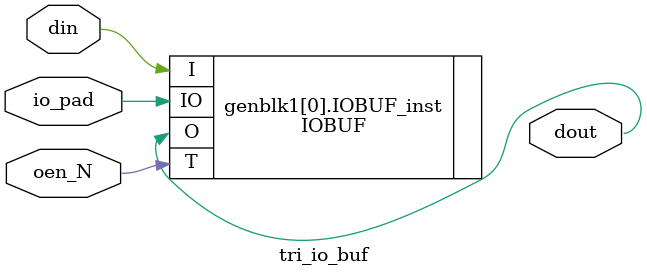
<source format=v>
module tri_io_buf #(
                     parameter WIDTH = 1
                   )
                   (
                     input   wire  [WIDTH-1:0]       din,
                     input   wire                    oen_N,
                     inout   wire  [WIDTH-1:0]       io_pad,
                     output  wire  [WIDTH-1:0]       dout
                   );
genvar i;

generate
  for (i=0; i<WIDTH; i=i+1)
  begin
  IOBUF                   #(
                                    .DRIVE (12),        // Specify the output drive strength
                             .IBUF_LOW_PWR ("TRUE"),    // Low Power - "TRUE", High Performance = "FALSE"
                               .IOSTANDARD ("DEFAULT") // Specify the I/O standard
                           )
               IOBUF_inst  (
                                        .O (dout[i]),   // Buffer output     (data to core)
                                       .IO (io_pad[i]), // Buffer inout port (To I/O pad)
                                        .I (din[i]),    // Buffer input      (core to I/O pad)
                                        .T (oen_N)        // 3-state enable input, high=tristate hence input, low=output
                           ); 
     
  end
endgenerate
endmodule

</source>
